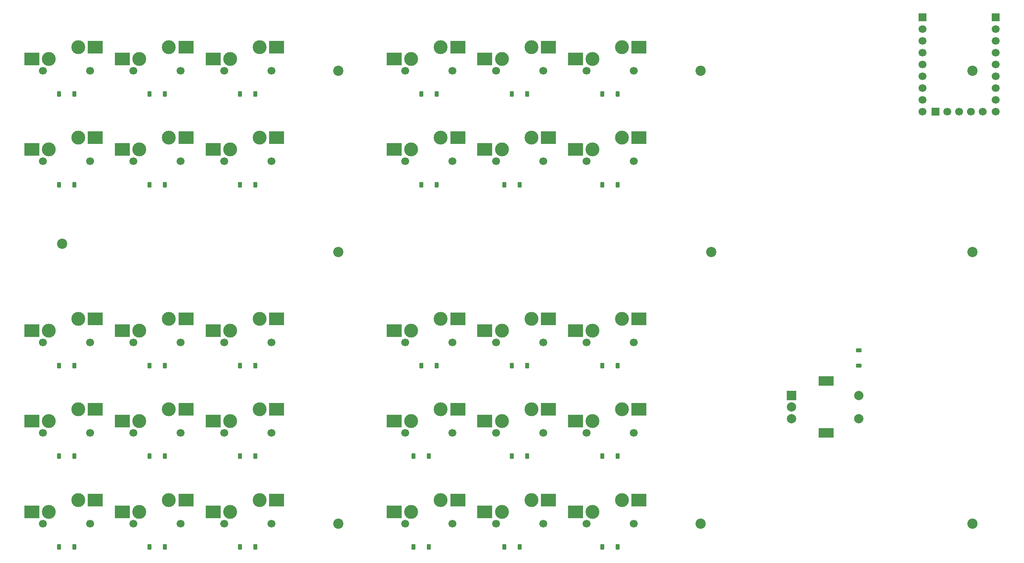
<source format=gbr>
%TF.GenerationSoftware,KiCad,Pcbnew,9.0.7*%
%TF.CreationDate,2026-02-23T23:42:04+09:00*%
%TF.ProjectId,YmmKeyboardMX,596d6d4b-6579-4626-9f61-72644d582e6b,rev?*%
%TF.SameCoordinates,Original*%
%TF.FileFunction,Soldermask,Bot*%
%TF.FilePolarity,Negative*%
%FSLAX46Y46*%
G04 Gerber Fmt 4.6, Leading zero omitted, Abs format (unit mm)*
G04 Created by KiCad (PCBNEW 9.0.7) date 2026-02-23 23:42:04*
%MOMM*%
%LPD*%
G01*
G04 APERTURE LIST*
G04 Aperture macros list*
%AMRoundRect*
0 Rectangle with rounded corners*
0 $1 Rounding radius*
0 $2 $3 $4 $5 $6 $7 $8 $9 X,Y pos of 4 corners*
0 Add a 4 corners polygon primitive as box body*
4,1,4,$2,$3,$4,$5,$6,$7,$8,$9,$2,$3,0*
0 Add four circle primitives for the rounded corners*
1,1,$1+$1,$2,$3*
1,1,$1+$1,$4,$5*
1,1,$1+$1,$6,$7*
1,1,$1+$1,$8,$9*
0 Add four rect primitives between the rounded corners*
20,1,$1+$1,$2,$3,$4,$5,0*
20,1,$1+$1,$4,$5,$6,$7,0*
20,1,$1+$1,$6,$7,$8,$9,0*
20,1,$1+$1,$8,$9,$2,$3,0*%
G04 Aperture macros list end*
%ADD10C,2.000000*%
%ADD11R,3.200000X2.000000*%
%ADD12R,2.000000X2.000000*%
%ADD13C,2.200000*%
%ADD14C,1.700000*%
%ADD15C,3.000000*%
%ADD16R,3.200000X2.780000*%
%ADD17RoundRect,0.225000X0.225000X0.375000X-0.225000X0.375000X-0.225000X-0.375000X0.225000X-0.375000X0*%
%ADD18RoundRect,0.225000X-0.375000X0.225000X-0.375000X-0.225000X0.375000X-0.225000X0.375000X0.225000X0*%
%ADD19R,1.700000X1.700000*%
G04 APERTURE END LIST*
D10*
%TO.C,SW31*%
X209500000Y-108900000D03*
X209500000Y-113900000D03*
D11*
X202500000Y-117000000D03*
X202500000Y-105800000D03*
D10*
X195000000Y-111400000D03*
X195000000Y-113900000D03*
D12*
X195000000Y-108900000D03*
%TD*%
D13*
%TO.C,H7*%
X234000000Y-39000000D03*
%TD*%
%TO.C,H4*%
X97500000Y-39000000D03*
%TD*%
D14*
%TO.C,SW5*%
X131420000Y-39000000D03*
D15*
X132690000Y-36460000D03*
X139040000Y-33920000D03*
D14*
X141580000Y-39000000D03*
D16*
X129037000Y-36460000D03*
X142720000Y-33920000D03*
%TD*%
D14*
%TO.C,SW1*%
X33920000Y-39000000D03*
D15*
X35190000Y-36460000D03*
X41540000Y-33920000D03*
D14*
X44080000Y-39000000D03*
D16*
X31537000Y-36460000D03*
X45220000Y-33920000D03*
%TD*%
D14*
%TO.C,SW2*%
X53420000Y-39000000D03*
D15*
X54690000Y-36460000D03*
X61040000Y-33920000D03*
D14*
X63580000Y-39000000D03*
D16*
X51037000Y-36460000D03*
X64720000Y-33920000D03*
%TD*%
D14*
%TO.C,SW21*%
X72920000Y-117000000D03*
D15*
X74190000Y-114460000D03*
X80540000Y-111920000D03*
D14*
X83080000Y-117000000D03*
D16*
X70537000Y-114460000D03*
X84220000Y-111920000D03*
%TD*%
D14*
%TO.C,SW30*%
X150920000Y-136500000D03*
D15*
X152190000Y-133960000D03*
X158540000Y-131420000D03*
D14*
X161080000Y-136500000D03*
D16*
X148537000Y-133960000D03*
X162220000Y-131420000D03*
%TD*%
D14*
%TO.C,SW18*%
X150920000Y-97500000D03*
D15*
X152190000Y-94960000D03*
X158540000Y-92420000D03*
D14*
X161080000Y-97500000D03*
D16*
X148537000Y-94960000D03*
X162220000Y-92420000D03*
%TD*%
D14*
%TO.C,SW11*%
X131420000Y-58500000D03*
D15*
X132690000Y-55960000D03*
X139040000Y-53420000D03*
D14*
X141580000Y-58500000D03*
D16*
X129037000Y-55960000D03*
X142720000Y-53420000D03*
%TD*%
D14*
%TO.C,SW23*%
X131420000Y-117000000D03*
D15*
X132690000Y-114460000D03*
X139040000Y-111920000D03*
D14*
X141580000Y-117000000D03*
D16*
X129037000Y-114460000D03*
X142720000Y-111920000D03*
%TD*%
D14*
%TO.C,SW6*%
X150920000Y-39000000D03*
D15*
X152190000Y-36460000D03*
X158540000Y-33920000D03*
D14*
X161080000Y-39000000D03*
D16*
X148537000Y-36460000D03*
X162220000Y-33920000D03*
%TD*%
D14*
%TO.C,SW16*%
X111920000Y-97500000D03*
D15*
X113190000Y-94960000D03*
X119540000Y-92420000D03*
D14*
X122080000Y-97500000D03*
D16*
X109537000Y-94960000D03*
X123220000Y-92420000D03*
%TD*%
D14*
%TO.C,SW20*%
X53420000Y-117000000D03*
D15*
X54690000Y-114460000D03*
X61040000Y-111920000D03*
D14*
X63580000Y-117000000D03*
D16*
X51037000Y-114460000D03*
X64720000Y-111920000D03*
%TD*%
D14*
%TO.C,SW12*%
X150920000Y-58500000D03*
D15*
X152190000Y-55960000D03*
X158540000Y-53420000D03*
D14*
X161080000Y-58500000D03*
D16*
X148537000Y-55960000D03*
X162220000Y-53420000D03*
%TD*%
D14*
%TO.C,SW28*%
X111920000Y-136500000D03*
D15*
X113190000Y-133960000D03*
X119540000Y-131420000D03*
D14*
X122080000Y-136500000D03*
D16*
X109537000Y-133960000D03*
X123220000Y-131420000D03*
%TD*%
D14*
%TO.C,SW9*%
X72920000Y-58500000D03*
D15*
X74190000Y-55960000D03*
X80540000Y-53420000D03*
D14*
X83080000Y-58500000D03*
D16*
X70537000Y-55960000D03*
X84220000Y-53420000D03*
%TD*%
D14*
%TO.C,SW24*%
X150920000Y-117000000D03*
D15*
X152190000Y-114460000D03*
X158540000Y-111920000D03*
D14*
X161080000Y-117000000D03*
D16*
X148537000Y-114460000D03*
X162220000Y-111920000D03*
%TD*%
D14*
%TO.C,SW7*%
X33920000Y-58500000D03*
D15*
X35190000Y-55960000D03*
X41540000Y-53420000D03*
D14*
X44080000Y-58500000D03*
D16*
X31537000Y-55960000D03*
X45220000Y-53420000D03*
%TD*%
%TO.C,SW4*%
X123220000Y-33920000D03*
X109537000Y-36460000D03*
D14*
X122080000Y-39000000D03*
D15*
X119540000Y-33920000D03*
X113190000Y-36460000D03*
D14*
X111920000Y-39000000D03*
%TD*%
%TO.C,SW19*%
X33920000Y-117000000D03*
D15*
X35190000Y-114460000D03*
X41540000Y-111920000D03*
D14*
X44080000Y-117000000D03*
D16*
X31537000Y-114460000D03*
X45220000Y-111920000D03*
%TD*%
D14*
%TO.C,SW27*%
X72920000Y-136500000D03*
D15*
X74190000Y-133960000D03*
X80540000Y-131420000D03*
D14*
X83080000Y-136500000D03*
D16*
X70537000Y-133960000D03*
X84220000Y-131420000D03*
%TD*%
D14*
%TO.C,SW25*%
X33920000Y-136500000D03*
D15*
X35190000Y-133960000D03*
X41540000Y-131420000D03*
D14*
X44080000Y-136500000D03*
D16*
X31537000Y-133960000D03*
X45220000Y-131420000D03*
%TD*%
D14*
%TO.C,SW17*%
X131420000Y-97500000D03*
D15*
X132690000Y-94960000D03*
X139040000Y-92420000D03*
D14*
X141580000Y-97500000D03*
D16*
X129037000Y-94960000D03*
X142720000Y-92420000D03*
%TD*%
D14*
%TO.C,SW29*%
X131420000Y-136500000D03*
D15*
X132690000Y-133960000D03*
X139040000Y-131420000D03*
D14*
X141580000Y-136500000D03*
D16*
X129037000Y-133960000D03*
X142720000Y-131420000D03*
%TD*%
D14*
%TO.C,SW15*%
X72920000Y-97500000D03*
D15*
X74190000Y-94960000D03*
X80540000Y-92420000D03*
D14*
X83080000Y-97500000D03*
D16*
X70537000Y-94960000D03*
X84220000Y-92420000D03*
%TD*%
D14*
%TO.C,SW26*%
X53420000Y-136500000D03*
D15*
X54690000Y-133960000D03*
X61040000Y-131420000D03*
D14*
X63580000Y-136500000D03*
D16*
X51037000Y-133960000D03*
X64720000Y-131420000D03*
%TD*%
D14*
%TO.C,SW22*%
X111920000Y-117000000D03*
D15*
X113190000Y-114460000D03*
X119540000Y-111920000D03*
D14*
X122080000Y-117000000D03*
D16*
X109537000Y-114460000D03*
X123220000Y-111920000D03*
%TD*%
D14*
%TO.C,SW14*%
X53420000Y-97500000D03*
D15*
X54690000Y-94960000D03*
X61040000Y-92420000D03*
D14*
X63580000Y-97500000D03*
D16*
X51037000Y-94960000D03*
X64720000Y-92420000D03*
%TD*%
D14*
%TO.C,SW10*%
X111920000Y-58500000D03*
D15*
X113190000Y-55960000D03*
X119540000Y-53420000D03*
D14*
X122080000Y-58500000D03*
D16*
X109537000Y-55960000D03*
X123220000Y-53420000D03*
%TD*%
D14*
%TO.C,SW13*%
X33920000Y-97500000D03*
D15*
X35190000Y-94960000D03*
X41540000Y-92420000D03*
D14*
X44080000Y-97500000D03*
D16*
X31537000Y-94960000D03*
X45220000Y-92420000D03*
%TD*%
D14*
%TO.C,SW8*%
X53420000Y-58500000D03*
D15*
X54690000Y-55960000D03*
X61040000Y-53420000D03*
D14*
X63580000Y-58500000D03*
D16*
X51037000Y-55960000D03*
X64720000Y-53420000D03*
%TD*%
D17*
%TO.C,D5*%
X138150000Y-44000000D03*
X134850000Y-44000000D03*
%TD*%
%TO.C,D12*%
X157650000Y-63500000D03*
X154350000Y-63500000D03*
%TD*%
%TO.C,D9*%
X79650000Y-63500000D03*
X76350000Y-63500000D03*
%TD*%
D13*
%TO.C,H5*%
X175500000Y-136500000D03*
%TD*%
%TO.C,H8*%
X97500000Y-78000000D03*
%TD*%
D17*
%TO.C,D23*%
X138150000Y-122000000D03*
X134850000Y-122000000D03*
%TD*%
%TO.C,D20*%
X60150000Y-122000000D03*
X56850000Y-122000000D03*
%TD*%
D13*
%TO.C,H3*%
X234000000Y-78000000D03*
%TD*%
D17*
%TO.C,D7*%
X40650000Y-63500000D03*
X37350000Y-63500000D03*
%TD*%
%TO.C,D3*%
X79650000Y-44000000D03*
X76350000Y-44000000D03*
%TD*%
D13*
%TO.C,H1*%
X97500000Y-136500000D03*
%TD*%
%TO.C,H6*%
X234000000Y-136500000D03*
%TD*%
%TO.C,H7*%
X38100000Y-76200000D03*
%TD*%
D17*
%TO.C,D1*%
X40650000Y-44000000D03*
X37350000Y-44000000D03*
%TD*%
%TO.C,D11*%
X136500000Y-63500000D03*
X133200000Y-63500000D03*
%TD*%
%TO.C,D26*%
X60150000Y-141500000D03*
X56850000Y-141500000D03*
%TD*%
%TO.C,D22*%
X117000000Y-122000000D03*
X113700000Y-122000000D03*
%TD*%
%TO.C,D4*%
X118650000Y-44000000D03*
X115350000Y-44000000D03*
%TD*%
%TO.C,D28*%
X117000000Y-141500000D03*
X113700000Y-141500000D03*
%TD*%
%TO.C,D10*%
X118650000Y-63500000D03*
X115350000Y-63500000D03*
%TD*%
D13*
%TO.C,H9*%
X177800000Y-78000000D03*
%TD*%
D17*
%TO.C,D21*%
X79650000Y-122000000D03*
X76350000Y-122000000D03*
%TD*%
%TO.C,D27*%
X79650000Y-141500000D03*
X76350000Y-141500000D03*
%TD*%
%TO.C,D8*%
X60150000Y-63500000D03*
X56850000Y-63500000D03*
%TD*%
%TO.C,D16*%
X118650000Y-102500000D03*
X115350000Y-102500000D03*
%TD*%
%TO.C,D17*%
X138150000Y-102500000D03*
X134850000Y-102500000D03*
%TD*%
%TO.C,D30*%
X157650000Y-141500000D03*
X154350000Y-141500000D03*
%TD*%
%TO.C,D15*%
X79650000Y-102500000D03*
X76350000Y-102500000D03*
%TD*%
%TO.C,D13*%
X40650000Y-102500000D03*
X37350000Y-102500000D03*
%TD*%
%TO.C,D18*%
X157650000Y-102500000D03*
X154350000Y-102500000D03*
%TD*%
D18*
%TO.C,D31*%
X209550000Y-99200000D03*
X209550000Y-102500000D03*
%TD*%
D17*
%TO.C,D24*%
X157650000Y-122000000D03*
X154350000Y-122000000D03*
%TD*%
%TO.C,D14*%
X60150000Y-102500000D03*
X56850000Y-102500000D03*
%TD*%
%TO.C,D6*%
X157650000Y-44000000D03*
X154350000Y-44000000D03*
%TD*%
%TO.C,D29*%
X136500000Y-141500000D03*
X133200000Y-141500000D03*
%TD*%
%TO.C,D2*%
X60150000Y-44000000D03*
X56850000Y-44000000D03*
%TD*%
%TO.C,D25*%
X40650000Y-141500000D03*
X37350000Y-141500000D03*
%TD*%
D13*
%TO.C,H2*%
X175500000Y-39000000D03*
%TD*%
D17*
%TO.C,D19*%
X40650000Y-122000000D03*
X37350000Y-122000000D03*
%TD*%
D14*
%TO.C,SW3*%
X72920000Y-39000000D03*
D15*
X74190000Y-36460000D03*
X80540000Y-33920000D03*
D14*
X83080000Y-39000000D03*
D16*
X70537000Y-36460000D03*
X84220000Y-33920000D03*
%TD*%
D19*
%TO.C,U1*%
X239000000Y-27490000D03*
D14*
X239000000Y-30030000D03*
X239000000Y-32570000D03*
X239000000Y-35110000D03*
X239000000Y-37650000D03*
X239000000Y-40190000D03*
X239000000Y-42730000D03*
X239000000Y-45270000D03*
X239000000Y-47810000D03*
X236170000Y-47800000D03*
X233630000Y-47800000D03*
X231090000Y-47800000D03*
X228550000Y-47800000D03*
D19*
X226010000Y-47800000D03*
D14*
X223220000Y-47820000D03*
X223220000Y-45280000D03*
X223220000Y-42740000D03*
X223220000Y-40200000D03*
X223220000Y-37660000D03*
X223220000Y-35120000D03*
X223220000Y-32580000D03*
X223220000Y-30040000D03*
D19*
X223220000Y-27500000D03*
%TD*%
M02*

</source>
